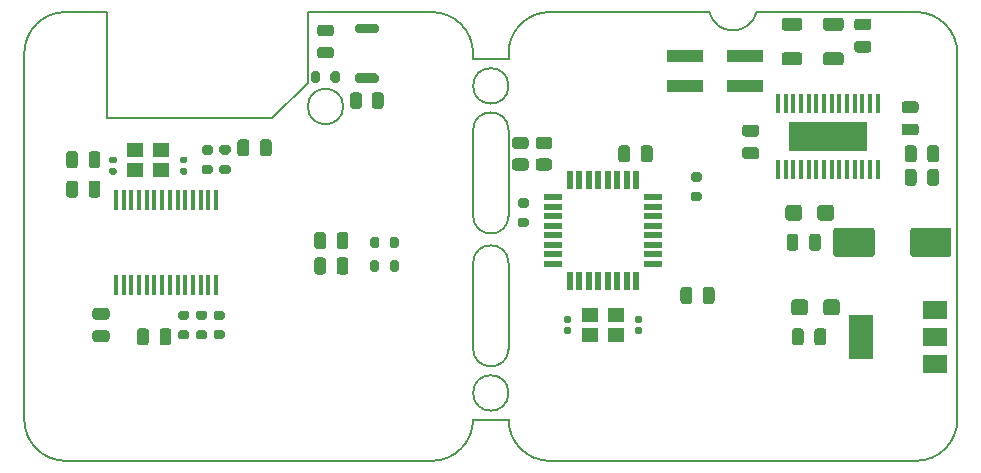
<source format=gbr>
%TF.GenerationSoftware,KiCad,Pcbnew,(5.1.8-0-10_14)*%
%TF.CreationDate,2021-02-08T17:53:51+01:00*%
%TF.ProjectId,ethersweep,65746865-7273-4776-9565-702e6b696361,rev?*%
%TF.SameCoordinates,Original*%
%TF.FileFunction,Paste,Top*%
%TF.FilePolarity,Positive*%
%FSLAX46Y46*%
G04 Gerber Fmt 4.6, Leading zero omitted, Abs format (unit mm)*
G04 Created by KiCad (PCBNEW (5.1.8-0-10_14)) date 2021-02-08 17:53:51*
%MOMM*%
%LPD*%
G01*
G04 APERTURE LIST*
%TA.AperFunction,Profile*%
%ADD10C,0.150000*%
%TD*%
%ADD11C,0.010000*%
%ADD12R,3.150000X1.000000*%
%ADD13R,0.450000X1.750000*%
%ADD14R,0.550000X1.600000*%
%ADD15R,1.600000X0.550000*%
%ADD16R,2.000000X3.800000*%
%ADD17R,2.000000X1.500000*%
%ADD18R,1.400000X1.200000*%
G04 APERTURE END LIST*
D10*
X163500000Y-98250000D02*
G75*
G02*
X160500000Y-98250000I-1500000J0D01*
G01*
X160500000Y-91000000D02*
G75*
G02*
X163500000Y-91000000I1500000J0D01*
G01*
X163500000Y-98250000D02*
X163500000Y-91000000D01*
X160500000Y-91000000D02*
X160500000Y-98250000D01*
X160500000Y-102250000D02*
G75*
G02*
X163500000Y-102250000I1500000J0D01*
G01*
X160500000Y-102250000D02*
X160500000Y-109500000D01*
X163500000Y-109500000D02*
X163500000Y-102250000D01*
X163500000Y-109500000D02*
G75*
G02*
X160500000Y-109500000I-1500000J0D01*
G01*
X163500000Y-87250000D02*
G75*
G03*
X163500000Y-87250000I-1500000J0D01*
G01*
X163500000Y-113250000D02*
G75*
G03*
X163500000Y-113250000I-1500000J0D01*
G01*
X160500000Y-84500000D02*
X160500000Y-85000000D01*
X163500000Y-84500000D02*
X163500000Y-85000000D01*
X160500000Y-115500000D02*
X163500000Y-115500000D01*
X163500000Y-85000000D02*
X160500000Y-85000000D01*
X149500000Y-89000000D02*
G75*
G03*
X149500000Y-89000000I-1500000J0D01*
G01*
X129500000Y-90000000D02*
X129500000Y-81000000D01*
X126000000Y-81000000D02*
X129500000Y-81000000D01*
X126000000Y-81000000D02*
G75*
G03*
X122500000Y-84500000I0J-3500000D01*
G01*
X146500000Y-81000000D02*
X157000000Y-81000000D01*
X143500000Y-90000000D02*
X129500000Y-90000000D01*
X146500000Y-87000000D02*
X143500000Y-90000000D01*
X146500000Y-81000000D02*
X146500000Y-87000000D01*
X180500000Y-81000000D02*
X167000000Y-81000000D01*
X184500000Y-81000000D02*
X198000000Y-81000000D01*
X184500000Y-81000000D02*
G75*
G02*
X180500000Y-81000000I-2000000J500000D01*
G01*
X163500000Y-84500000D02*
G75*
G02*
X167000000Y-81000000I3500000J0D01*
G01*
X201500000Y-115500000D02*
G75*
G02*
X198000000Y-119000000I-3500000J0D01*
G01*
X167000000Y-119000000D02*
G75*
G02*
X163500000Y-115500000I0J3500000D01*
G01*
X167000000Y-119000000D02*
X198000000Y-119000000D01*
X198000000Y-81000000D02*
G75*
G02*
X201500000Y-84500000I0J-3500000D01*
G01*
X201500000Y-115500000D02*
X201500000Y-84500000D01*
X122500000Y-115500000D02*
X122500000Y-84500000D01*
X160500000Y-84500000D02*
G75*
G03*
X157000000Y-81000000I-3500000J0D01*
G01*
X157000000Y-119000000D02*
G75*
G03*
X160500000Y-115500000I0J3500000D01*
G01*
X122500000Y-115500000D02*
G75*
G03*
X126000000Y-119000000I3500000J0D01*
G01*
X157000000Y-119000000D02*
X126000000Y-119000000D01*
D11*
G36*
X193730000Y-90300000D02*
G01*
X193730000Y-92700000D01*
X187270000Y-92700000D01*
X187270000Y-90300000D01*
X193730000Y-90300000D01*
G37*
X193730000Y-90300000D02*
X193730000Y-92700000D01*
X187270000Y-92700000D01*
X187270000Y-90300000D01*
X193730000Y-90300000D01*
G36*
X194850000Y-87925000D02*
G01*
X194850000Y-89475000D01*
X194600000Y-89475000D01*
X194600000Y-87925000D01*
X194850000Y-87925000D01*
G37*
X194850000Y-87925000D02*
X194850000Y-89475000D01*
X194600000Y-89475000D01*
X194600000Y-87925000D01*
X194850000Y-87925000D01*
G36*
X194850000Y-93525000D02*
G01*
X194850000Y-95075000D01*
X194600000Y-95075000D01*
X194600000Y-93525000D01*
X194850000Y-93525000D01*
G37*
X194850000Y-93525000D02*
X194850000Y-95075000D01*
X194600000Y-95075000D01*
X194600000Y-93525000D01*
X194850000Y-93525000D01*
G36*
X194200000Y-87925000D02*
G01*
X194200000Y-89475000D01*
X193950000Y-89475000D01*
X193950000Y-87925000D01*
X194200000Y-87925000D01*
G37*
X194200000Y-87925000D02*
X194200000Y-89475000D01*
X193950000Y-89475000D01*
X193950000Y-87925000D01*
X194200000Y-87925000D01*
G36*
X194200000Y-93525000D02*
G01*
X194200000Y-95075000D01*
X193950000Y-95075000D01*
X193950000Y-93525000D01*
X194200000Y-93525000D01*
G37*
X194200000Y-93525000D02*
X194200000Y-95075000D01*
X193950000Y-95075000D01*
X193950000Y-93525000D01*
X194200000Y-93525000D01*
G36*
X193550000Y-87925000D02*
G01*
X193550000Y-89475000D01*
X193300000Y-89475000D01*
X193300000Y-87925000D01*
X193550000Y-87925000D01*
G37*
X193550000Y-87925000D02*
X193550000Y-89475000D01*
X193300000Y-89475000D01*
X193300000Y-87925000D01*
X193550000Y-87925000D01*
G36*
X193550000Y-93525000D02*
G01*
X193550000Y-95075000D01*
X193300000Y-95075000D01*
X193300000Y-93525000D01*
X193550000Y-93525000D01*
G37*
X193550000Y-93525000D02*
X193550000Y-95075000D01*
X193300000Y-95075000D01*
X193300000Y-93525000D01*
X193550000Y-93525000D01*
G36*
X192900000Y-87925000D02*
G01*
X192900000Y-89475000D01*
X192650000Y-89475000D01*
X192650000Y-87925000D01*
X192900000Y-87925000D01*
G37*
X192900000Y-87925000D02*
X192900000Y-89475000D01*
X192650000Y-89475000D01*
X192650000Y-87925000D01*
X192900000Y-87925000D01*
G36*
X192900000Y-93525000D02*
G01*
X192900000Y-95075000D01*
X192650000Y-95075000D01*
X192650000Y-93525000D01*
X192900000Y-93525000D01*
G37*
X192900000Y-93525000D02*
X192900000Y-95075000D01*
X192650000Y-95075000D01*
X192650000Y-93525000D01*
X192900000Y-93525000D01*
G36*
X192250000Y-87925000D02*
G01*
X192250000Y-89475000D01*
X192000000Y-89475000D01*
X192000000Y-87925000D01*
X192250000Y-87925000D01*
G37*
X192250000Y-87925000D02*
X192250000Y-89475000D01*
X192000000Y-89475000D01*
X192000000Y-87925000D01*
X192250000Y-87925000D01*
G36*
X192250000Y-93525000D02*
G01*
X192250000Y-95075000D01*
X192000000Y-95075000D01*
X192000000Y-93525000D01*
X192250000Y-93525000D01*
G37*
X192250000Y-93525000D02*
X192250000Y-95075000D01*
X192000000Y-95075000D01*
X192000000Y-93525000D01*
X192250000Y-93525000D01*
G36*
X191600000Y-87925000D02*
G01*
X191600000Y-89475000D01*
X191350000Y-89475000D01*
X191350000Y-87925000D01*
X191600000Y-87925000D01*
G37*
X191600000Y-87925000D02*
X191600000Y-89475000D01*
X191350000Y-89475000D01*
X191350000Y-87925000D01*
X191600000Y-87925000D01*
G36*
X191600000Y-93525000D02*
G01*
X191600000Y-95075000D01*
X191350000Y-95075000D01*
X191350000Y-93525000D01*
X191600000Y-93525000D01*
G37*
X191600000Y-93525000D02*
X191600000Y-95075000D01*
X191350000Y-95075000D01*
X191350000Y-93525000D01*
X191600000Y-93525000D01*
G36*
X190950000Y-87925000D02*
G01*
X190950000Y-89475000D01*
X190700000Y-89475000D01*
X190700000Y-87925000D01*
X190950000Y-87925000D01*
G37*
X190950000Y-87925000D02*
X190950000Y-89475000D01*
X190700000Y-89475000D01*
X190700000Y-87925000D01*
X190950000Y-87925000D01*
G36*
X190950000Y-93525000D02*
G01*
X190950000Y-95075000D01*
X190700000Y-95075000D01*
X190700000Y-93525000D01*
X190950000Y-93525000D01*
G37*
X190950000Y-93525000D02*
X190950000Y-95075000D01*
X190700000Y-95075000D01*
X190700000Y-93525000D01*
X190950000Y-93525000D01*
G36*
X190300000Y-87925000D02*
G01*
X190300000Y-89475000D01*
X190050000Y-89475000D01*
X190050000Y-87925000D01*
X190300000Y-87925000D01*
G37*
X190300000Y-87925000D02*
X190300000Y-89475000D01*
X190050000Y-89475000D01*
X190050000Y-87925000D01*
X190300000Y-87925000D01*
G36*
X189650000Y-87925000D02*
G01*
X189650000Y-89475000D01*
X189400000Y-89475000D01*
X189400000Y-87925000D01*
X189650000Y-87925000D01*
G37*
X189650000Y-87925000D02*
X189650000Y-89475000D01*
X189400000Y-89475000D01*
X189400000Y-87925000D01*
X189650000Y-87925000D01*
G36*
X189000000Y-87925000D02*
G01*
X189000000Y-89475000D01*
X188750000Y-89475000D01*
X188750000Y-87925000D01*
X189000000Y-87925000D01*
G37*
X189000000Y-87925000D02*
X189000000Y-89475000D01*
X188750000Y-89475000D01*
X188750000Y-87925000D01*
X189000000Y-87925000D01*
G36*
X188350000Y-87925000D02*
G01*
X188350000Y-89475000D01*
X188100000Y-89475000D01*
X188100000Y-87925000D01*
X188350000Y-87925000D01*
G37*
X188350000Y-87925000D02*
X188350000Y-89475000D01*
X188100000Y-89475000D01*
X188100000Y-87925000D01*
X188350000Y-87925000D01*
G36*
X187700000Y-87925000D02*
G01*
X187700000Y-89475000D01*
X187450000Y-89475000D01*
X187450000Y-87925000D01*
X187700000Y-87925000D01*
G37*
X187700000Y-87925000D02*
X187700000Y-89475000D01*
X187450000Y-89475000D01*
X187450000Y-87925000D01*
X187700000Y-87925000D01*
G36*
X187050000Y-87925000D02*
G01*
X187050000Y-89475000D01*
X186800000Y-89475000D01*
X186800000Y-87925000D01*
X187050000Y-87925000D01*
G37*
X187050000Y-87925000D02*
X187050000Y-89475000D01*
X186800000Y-89475000D01*
X186800000Y-87925000D01*
X187050000Y-87925000D01*
G36*
X186400000Y-87925000D02*
G01*
X186400000Y-89475000D01*
X186150000Y-89475000D01*
X186150000Y-87925000D01*
X186400000Y-87925000D01*
G37*
X186400000Y-87925000D02*
X186400000Y-89475000D01*
X186150000Y-89475000D01*
X186150000Y-87925000D01*
X186400000Y-87925000D01*
G36*
X190300000Y-93525000D02*
G01*
X190300000Y-95075000D01*
X190050000Y-95075000D01*
X190050000Y-93525000D01*
X190300000Y-93525000D01*
G37*
X190300000Y-93525000D02*
X190300000Y-95075000D01*
X190050000Y-95075000D01*
X190050000Y-93525000D01*
X190300000Y-93525000D01*
G36*
X189650000Y-93525000D02*
G01*
X189650000Y-95075000D01*
X189400000Y-95075000D01*
X189400000Y-93525000D01*
X189650000Y-93525000D01*
G37*
X189650000Y-93525000D02*
X189650000Y-95075000D01*
X189400000Y-95075000D01*
X189400000Y-93525000D01*
X189650000Y-93525000D01*
G36*
X189000000Y-93525000D02*
G01*
X189000000Y-95075000D01*
X188750000Y-95075000D01*
X188750000Y-93525000D01*
X189000000Y-93525000D01*
G37*
X189000000Y-93525000D02*
X189000000Y-95075000D01*
X188750000Y-95075000D01*
X188750000Y-93525000D01*
X189000000Y-93525000D01*
G36*
X188350000Y-93525000D02*
G01*
X188350000Y-95075000D01*
X188100000Y-95075000D01*
X188100000Y-93525000D01*
X188350000Y-93525000D01*
G37*
X188350000Y-93525000D02*
X188350000Y-95075000D01*
X188100000Y-95075000D01*
X188100000Y-93525000D01*
X188350000Y-93525000D01*
G36*
X187700000Y-93525000D02*
G01*
X187700000Y-95075000D01*
X187450000Y-95075000D01*
X187450000Y-93525000D01*
X187700000Y-93525000D01*
G37*
X187700000Y-93525000D02*
X187700000Y-95075000D01*
X187450000Y-95075000D01*
X187450000Y-93525000D01*
X187700000Y-93525000D01*
G36*
X187050000Y-93525000D02*
G01*
X187050000Y-95075000D01*
X186800000Y-95075000D01*
X186800000Y-93525000D01*
X187050000Y-93525000D01*
G37*
X187050000Y-93525000D02*
X187050000Y-95075000D01*
X186800000Y-95075000D01*
X186800000Y-93525000D01*
X187050000Y-93525000D01*
G36*
X186400000Y-93525000D02*
G01*
X186400000Y-95075000D01*
X186150000Y-95075000D01*
X186150000Y-93525000D01*
X186400000Y-93525000D01*
G37*
X186400000Y-93525000D02*
X186400000Y-95075000D01*
X186150000Y-95075000D01*
X186150000Y-93525000D01*
X186400000Y-93525000D01*
G36*
G01*
X166950001Y-92600000D02*
X166049999Y-92600000D01*
G75*
G02*
X165800000Y-92350001I0J249999D01*
G01*
X165800000Y-91824999D01*
G75*
G02*
X166049999Y-91575000I249999J0D01*
G01*
X166950001Y-91575000D01*
G75*
G02*
X167200000Y-91824999I0J-249999D01*
G01*
X167200000Y-92350001D01*
G75*
G02*
X166950001Y-92600000I-249999J0D01*
G01*
G37*
G36*
G01*
X166950001Y-94425000D02*
X166049999Y-94425000D01*
G75*
G02*
X165800000Y-94175001I0J249999D01*
G01*
X165800000Y-93649999D01*
G75*
G02*
X166049999Y-93400000I249999J0D01*
G01*
X166950001Y-93400000D01*
G75*
G02*
X167200000Y-93649999I0J-249999D01*
G01*
X167200000Y-94175001D01*
G75*
G02*
X166950001Y-94425000I-249999J0D01*
G01*
G37*
G36*
G01*
X174700000Y-93475000D02*
X174700000Y-92525000D01*
G75*
G02*
X174950000Y-92275000I250000J0D01*
G01*
X175450000Y-92275000D01*
G75*
G02*
X175700000Y-92525000I0J-250000D01*
G01*
X175700000Y-93475000D01*
G75*
G02*
X175450000Y-93725000I-250000J0D01*
G01*
X174950000Y-93725000D01*
G75*
G02*
X174700000Y-93475000I0J250000D01*
G01*
G37*
G36*
G01*
X172800000Y-93475000D02*
X172800000Y-92525000D01*
G75*
G02*
X173050000Y-92275000I250000J0D01*
G01*
X173550000Y-92275000D01*
G75*
G02*
X173800000Y-92525000I0J-250000D01*
G01*
X173800000Y-93475000D01*
G75*
G02*
X173550000Y-93725000I-250000J0D01*
G01*
X173050000Y-93725000D01*
G75*
G02*
X172800000Y-93475000I0J250000D01*
G01*
G37*
G36*
G01*
X188350000Y-97574999D02*
X188350000Y-98425001D01*
G75*
G02*
X188100001Y-98675000I-249999J0D01*
G01*
X187199999Y-98675000D01*
G75*
G02*
X186950000Y-98425001I0J249999D01*
G01*
X186950000Y-97574999D01*
G75*
G02*
X187199999Y-97325000I249999J0D01*
G01*
X188100001Y-97325000D01*
G75*
G02*
X188350000Y-97574999I0J-249999D01*
G01*
G37*
G36*
G01*
X191050000Y-97574999D02*
X191050000Y-98425001D01*
G75*
G02*
X190800001Y-98675000I-249999J0D01*
G01*
X189899999Y-98675000D01*
G75*
G02*
X189650000Y-98425001I0J249999D01*
G01*
X189650000Y-97574999D01*
G75*
G02*
X189899999Y-97325000I249999J0D01*
G01*
X190800001Y-97325000D01*
G75*
G02*
X191050000Y-97574999I0J-249999D01*
G01*
G37*
G36*
G01*
X128950000Y-93025000D02*
X128950000Y-93975000D01*
G75*
G02*
X128700000Y-94225000I-250000J0D01*
G01*
X128200000Y-94225000D01*
G75*
G02*
X127950000Y-93975000I0J250000D01*
G01*
X127950000Y-93025000D01*
G75*
G02*
X128200000Y-92775000I250000J0D01*
G01*
X128700000Y-92775000D01*
G75*
G02*
X128950000Y-93025000I0J-250000D01*
G01*
G37*
G36*
G01*
X127050000Y-93025000D02*
X127050000Y-93975000D01*
G75*
G02*
X126800000Y-94225000I-250000J0D01*
G01*
X126300000Y-94225000D01*
G75*
G02*
X126050000Y-93975000I0J250000D01*
G01*
X126050000Y-93025000D01*
G75*
G02*
X126300000Y-92775000I250000J0D01*
G01*
X126800000Y-92775000D01*
G75*
G02*
X127050000Y-93025000I0J-250000D01*
G01*
G37*
G36*
G01*
X136170000Y-94760000D02*
X135830000Y-94760000D01*
G75*
G02*
X135690000Y-94620000I0J140000D01*
G01*
X135690000Y-94340000D01*
G75*
G02*
X135830000Y-94200000I140000J0D01*
G01*
X136170000Y-94200000D01*
G75*
G02*
X136310000Y-94340000I0J-140000D01*
G01*
X136310000Y-94620000D01*
G75*
G02*
X136170000Y-94760000I-140000J0D01*
G01*
G37*
G36*
G01*
X136170000Y-93800000D02*
X135830000Y-93800000D01*
G75*
G02*
X135690000Y-93660000I0J140000D01*
G01*
X135690000Y-93380000D01*
G75*
G02*
X135830000Y-93240000I140000J0D01*
G01*
X136170000Y-93240000D01*
G75*
G02*
X136310000Y-93380000I0J-140000D01*
G01*
X136310000Y-93660000D01*
G75*
G02*
X136170000Y-93800000I-140000J0D01*
G01*
G37*
G36*
G01*
X130170000Y-93800000D02*
X129830000Y-93800000D01*
G75*
G02*
X129690000Y-93660000I0J140000D01*
G01*
X129690000Y-93380000D01*
G75*
G02*
X129830000Y-93240000I140000J0D01*
G01*
X130170000Y-93240000D01*
G75*
G02*
X130310000Y-93380000I0J-140000D01*
G01*
X130310000Y-93660000D01*
G75*
G02*
X130170000Y-93800000I-140000J0D01*
G01*
G37*
G36*
G01*
X130170000Y-94760000D02*
X129830000Y-94760000D01*
G75*
G02*
X129690000Y-94620000I0J140000D01*
G01*
X129690000Y-94340000D01*
G75*
G02*
X129830000Y-94200000I140000J0D01*
G01*
X130170000Y-94200000D01*
G75*
G02*
X130310000Y-94340000I0J-140000D01*
G01*
X130310000Y-94620000D01*
G75*
G02*
X130170000Y-94760000I-140000J0D01*
G01*
G37*
G36*
G01*
X189950000Y-100025000D02*
X189950000Y-100975000D01*
G75*
G02*
X189700000Y-101225000I-250000J0D01*
G01*
X189200000Y-101225000D01*
G75*
G02*
X188950000Y-100975000I0J250000D01*
G01*
X188950000Y-100025000D01*
G75*
G02*
X189200000Y-99775000I250000J0D01*
G01*
X189700000Y-99775000D01*
G75*
G02*
X189950000Y-100025000I0J-250000D01*
G01*
G37*
G36*
G01*
X188050000Y-100025000D02*
X188050000Y-100975000D01*
G75*
G02*
X187800000Y-101225000I-250000J0D01*
G01*
X187300000Y-101225000D01*
G75*
G02*
X187050000Y-100975000I0J250000D01*
G01*
X187050000Y-100025000D01*
G75*
G02*
X187300000Y-99775000I250000J0D01*
G01*
X187800000Y-99775000D01*
G75*
G02*
X188050000Y-100025000I0J-250000D01*
G01*
G37*
G36*
G01*
X127050000Y-95525000D02*
X127050000Y-96475000D01*
G75*
G02*
X126800000Y-96725000I-250000J0D01*
G01*
X126300000Y-96725000D01*
G75*
G02*
X126050000Y-96475000I0J250000D01*
G01*
X126050000Y-95525000D01*
G75*
G02*
X126300000Y-95275000I250000J0D01*
G01*
X126800000Y-95275000D01*
G75*
G02*
X127050000Y-95525000I0J-250000D01*
G01*
G37*
G36*
G01*
X128950000Y-95525000D02*
X128950000Y-96475000D01*
G75*
G02*
X128700000Y-96725000I-250000J0D01*
G01*
X128200000Y-96725000D01*
G75*
G02*
X127950000Y-96475000I0J250000D01*
G01*
X127950000Y-95525000D01*
G75*
G02*
X128200000Y-95275000I250000J0D01*
G01*
X128700000Y-95275000D01*
G75*
G02*
X128950000Y-95525000I0J-250000D01*
G01*
G37*
G36*
G01*
X168670000Y-107300000D02*
X168330000Y-107300000D01*
G75*
G02*
X168190000Y-107160000I0J140000D01*
G01*
X168190000Y-106880000D01*
G75*
G02*
X168330000Y-106740000I140000J0D01*
G01*
X168670000Y-106740000D01*
G75*
G02*
X168810000Y-106880000I0J-140000D01*
G01*
X168810000Y-107160000D01*
G75*
G02*
X168670000Y-107300000I-140000J0D01*
G01*
G37*
G36*
G01*
X168670000Y-108260000D02*
X168330000Y-108260000D01*
G75*
G02*
X168190000Y-108120000I0J140000D01*
G01*
X168190000Y-107840000D01*
G75*
G02*
X168330000Y-107700000I140000J0D01*
G01*
X168670000Y-107700000D01*
G75*
G02*
X168810000Y-107840000I0J-140000D01*
G01*
X168810000Y-108120000D01*
G75*
G02*
X168670000Y-108260000I-140000J0D01*
G01*
G37*
G36*
G01*
X188500000Y-108025000D02*
X188500000Y-108975000D01*
G75*
G02*
X188250000Y-109225000I-250000J0D01*
G01*
X187750000Y-109225000D01*
G75*
G02*
X187500000Y-108975000I0J250000D01*
G01*
X187500000Y-108025000D01*
G75*
G02*
X187750000Y-107775000I250000J0D01*
G01*
X188250000Y-107775000D01*
G75*
G02*
X188500000Y-108025000I0J-250000D01*
G01*
G37*
G36*
G01*
X190400000Y-108025000D02*
X190400000Y-108975000D01*
G75*
G02*
X190150000Y-109225000I-250000J0D01*
G01*
X189650000Y-109225000D01*
G75*
G02*
X189400000Y-108975000I0J250000D01*
G01*
X189400000Y-108025000D01*
G75*
G02*
X189650000Y-107775000I250000J0D01*
G01*
X190150000Y-107775000D01*
G75*
G02*
X190400000Y-108025000I0J-250000D01*
G01*
G37*
G36*
G01*
X174670000Y-108260000D02*
X174330000Y-108260000D01*
G75*
G02*
X174190000Y-108120000I0J140000D01*
G01*
X174190000Y-107840000D01*
G75*
G02*
X174330000Y-107700000I140000J0D01*
G01*
X174670000Y-107700000D01*
G75*
G02*
X174810000Y-107840000I0J-140000D01*
G01*
X174810000Y-108120000D01*
G75*
G02*
X174670000Y-108260000I-140000J0D01*
G01*
G37*
G36*
G01*
X174670000Y-107300000D02*
X174330000Y-107300000D01*
G75*
G02*
X174190000Y-107160000I0J140000D01*
G01*
X174190000Y-106880000D01*
G75*
G02*
X174330000Y-106740000I140000J0D01*
G01*
X174670000Y-106740000D01*
G75*
G02*
X174810000Y-106880000I0J-140000D01*
G01*
X174810000Y-107160000D01*
G75*
G02*
X174670000Y-107300000I-140000J0D01*
G01*
G37*
G36*
G01*
X191550000Y-105574999D02*
X191550000Y-106425001D01*
G75*
G02*
X191300001Y-106675000I-249999J0D01*
G01*
X190399999Y-106675000D01*
G75*
G02*
X190150000Y-106425001I0J249999D01*
G01*
X190150000Y-105574999D01*
G75*
G02*
X190399999Y-105325000I249999J0D01*
G01*
X191300001Y-105325000D01*
G75*
G02*
X191550000Y-105574999I0J-249999D01*
G01*
G37*
G36*
G01*
X188850000Y-105574999D02*
X188850000Y-106425001D01*
G75*
G02*
X188600001Y-106675000I-249999J0D01*
G01*
X187699999Y-106675000D01*
G75*
G02*
X187450000Y-106425001I0J249999D01*
G01*
X187450000Y-105574999D01*
G75*
G02*
X187699999Y-105325000I249999J0D01*
G01*
X188600001Y-105325000D01*
G75*
G02*
X188850000Y-105574999I0J-249999D01*
G01*
G37*
G36*
G01*
X178050000Y-105475000D02*
X178050000Y-104525000D01*
G75*
G02*
X178300000Y-104275000I250000J0D01*
G01*
X178800000Y-104275000D01*
G75*
G02*
X179050000Y-104525000I0J-250000D01*
G01*
X179050000Y-105475000D01*
G75*
G02*
X178800000Y-105725000I-250000J0D01*
G01*
X178300000Y-105725000D01*
G75*
G02*
X178050000Y-105475000I0J250000D01*
G01*
G37*
G36*
G01*
X179950000Y-105475000D02*
X179950000Y-104525000D01*
G75*
G02*
X180200000Y-104275000I250000J0D01*
G01*
X180700000Y-104275000D01*
G75*
G02*
X180950000Y-104525000I0J-250000D01*
G01*
X180950000Y-105475000D01*
G75*
G02*
X180700000Y-105725000I-250000J0D01*
G01*
X180200000Y-105725000D01*
G75*
G02*
X179950000Y-105475000I0J250000D01*
G01*
G37*
G36*
G01*
X128525000Y-107950000D02*
X129475000Y-107950000D01*
G75*
G02*
X129725000Y-108200000I0J-250000D01*
G01*
X129725000Y-108700000D01*
G75*
G02*
X129475000Y-108950000I-250000J0D01*
G01*
X128525000Y-108950000D01*
G75*
G02*
X128275000Y-108700000I0J250000D01*
G01*
X128275000Y-108200000D01*
G75*
G02*
X128525000Y-107950000I250000J0D01*
G01*
G37*
G36*
G01*
X128525000Y-106050000D02*
X129475000Y-106050000D01*
G75*
G02*
X129725000Y-106300000I0J-250000D01*
G01*
X129725000Y-106800000D01*
G75*
G02*
X129475000Y-107050000I-250000J0D01*
G01*
X128525000Y-107050000D01*
G75*
G02*
X128275000Y-106800000I0J250000D01*
G01*
X128275000Y-106300000D01*
G75*
G02*
X128525000Y-106050000I250000J0D01*
G01*
G37*
G36*
G01*
X142450000Y-92975000D02*
X142450000Y-92025000D01*
G75*
G02*
X142700000Y-91775000I250000J0D01*
G01*
X143200000Y-91775000D01*
G75*
G02*
X143450000Y-92025000I0J-250000D01*
G01*
X143450000Y-92975000D01*
G75*
G02*
X143200000Y-93225000I-250000J0D01*
G01*
X142700000Y-93225000D01*
G75*
G02*
X142450000Y-92975000I0J250000D01*
G01*
G37*
G36*
G01*
X140550000Y-92975000D02*
X140550000Y-92025000D01*
G75*
G02*
X140800000Y-91775000I250000J0D01*
G01*
X141300000Y-91775000D01*
G75*
G02*
X141550000Y-92025000I0J-250000D01*
G01*
X141550000Y-92975000D01*
G75*
G02*
X141300000Y-93225000I-250000J0D01*
G01*
X140800000Y-93225000D01*
G75*
G02*
X140550000Y-92975000I0J250000D01*
G01*
G37*
G36*
G01*
X134950000Y-108025000D02*
X134950000Y-108975000D01*
G75*
G02*
X134700000Y-109225000I-250000J0D01*
G01*
X134200000Y-109225000D01*
G75*
G02*
X133950000Y-108975000I0J250000D01*
G01*
X133950000Y-108025000D01*
G75*
G02*
X134200000Y-107775000I250000J0D01*
G01*
X134700000Y-107775000D01*
G75*
G02*
X134950000Y-108025000I0J-250000D01*
G01*
G37*
G36*
G01*
X133050000Y-108025000D02*
X133050000Y-108975000D01*
G75*
G02*
X132800000Y-109225000I-250000J0D01*
G01*
X132300000Y-109225000D01*
G75*
G02*
X132050000Y-108975000I0J250000D01*
G01*
X132050000Y-108025000D01*
G75*
G02*
X132300000Y-107775000I250000J0D01*
G01*
X132800000Y-107775000D01*
G75*
G02*
X133050000Y-108025000I0J-250000D01*
G01*
G37*
G36*
G01*
X148950000Y-102975000D02*
X148950000Y-102025000D01*
G75*
G02*
X149200000Y-101775000I250000J0D01*
G01*
X149700000Y-101775000D01*
G75*
G02*
X149950000Y-102025000I0J-250000D01*
G01*
X149950000Y-102975000D01*
G75*
G02*
X149700000Y-103225000I-250000J0D01*
G01*
X149200000Y-103225000D01*
G75*
G02*
X148950000Y-102975000I0J250000D01*
G01*
G37*
G36*
G01*
X147050000Y-102975000D02*
X147050000Y-102025000D01*
G75*
G02*
X147300000Y-101775000I250000J0D01*
G01*
X147800000Y-101775000D01*
G75*
G02*
X148050000Y-102025000I0J-250000D01*
G01*
X148050000Y-102975000D01*
G75*
G02*
X147800000Y-103225000I-250000J0D01*
G01*
X147300000Y-103225000D01*
G75*
G02*
X147050000Y-102975000I0J250000D01*
G01*
G37*
G36*
G01*
X147050000Y-100830001D02*
X147050000Y-99880001D01*
G75*
G02*
X147300000Y-99630001I250000J0D01*
G01*
X147800000Y-99630001D01*
G75*
G02*
X148050000Y-99880001I0J-250000D01*
G01*
X148050000Y-100830001D01*
G75*
G02*
X147800000Y-101080001I-250000J0D01*
G01*
X147300000Y-101080001D01*
G75*
G02*
X147050000Y-100830001I0J250000D01*
G01*
G37*
G36*
G01*
X148950000Y-100830001D02*
X148950000Y-99880001D01*
G75*
G02*
X149200000Y-99630001I250000J0D01*
G01*
X149700000Y-99630001D01*
G75*
G02*
X149950000Y-99880001I0J-250000D01*
G01*
X149950000Y-100830001D01*
G75*
G02*
X149700000Y-101080001I-250000J0D01*
G01*
X149200000Y-101080001D01*
G75*
G02*
X148950000Y-100830001I0J250000D01*
G01*
G37*
G36*
G01*
X197975000Y-91450000D02*
X197025000Y-91450000D01*
G75*
G02*
X196775000Y-91200000I0J250000D01*
G01*
X196775000Y-90700000D01*
G75*
G02*
X197025000Y-90450000I250000J0D01*
G01*
X197975000Y-90450000D01*
G75*
G02*
X198225000Y-90700000I0J-250000D01*
G01*
X198225000Y-91200000D01*
G75*
G02*
X197975000Y-91450000I-250000J0D01*
G01*
G37*
G36*
G01*
X197975000Y-89550000D02*
X197025000Y-89550000D01*
G75*
G02*
X196775000Y-89300000I0J250000D01*
G01*
X196775000Y-88800000D01*
G75*
G02*
X197025000Y-88550000I250000J0D01*
G01*
X197975000Y-88550000D01*
G75*
G02*
X198225000Y-88800000I0J-250000D01*
G01*
X198225000Y-89300000D01*
G75*
G02*
X197975000Y-89550000I-250000J0D01*
G01*
G37*
G36*
G01*
X193975000Y-84450000D02*
X193025000Y-84450000D01*
G75*
G02*
X192775000Y-84200000I0J250000D01*
G01*
X192775000Y-83700000D01*
G75*
G02*
X193025000Y-83450000I250000J0D01*
G01*
X193975000Y-83450000D01*
G75*
G02*
X194225000Y-83700000I0J-250000D01*
G01*
X194225000Y-84200000D01*
G75*
G02*
X193975000Y-84450000I-250000J0D01*
G01*
G37*
G36*
G01*
X193975000Y-82550000D02*
X193025000Y-82550000D01*
G75*
G02*
X192775000Y-82300000I0J250000D01*
G01*
X192775000Y-81800000D01*
G75*
G02*
X193025000Y-81550000I250000J0D01*
G01*
X193975000Y-81550000D01*
G75*
G02*
X194225000Y-81800000I0J-250000D01*
G01*
X194225000Y-82300000D01*
G75*
G02*
X193975000Y-82550000I-250000J0D01*
G01*
G37*
G36*
G01*
X191000000Y-101500000D02*
X191000000Y-99500000D01*
G75*
G02*
X191250000Y-99250000I250000J0D01*
G01*
X194250000Y-99250000D01*
G75*
G02*
X194500000Y-99500000I0J-250000D01*
G01*
X194500000Y-101500000D01*
G75*
G02*
X194250000Y-101750000I-250000J0D01*
G01*
X191250000Y-101750000D01*
G75*
G02*
X191000000Y-101500000I0J250000D01*
G01*
G37*
G36*
G01*
X197500000Y-101500000D02*
X197500000Y-99500000D01*
G75*
G02*
X197750000Y-99250000I250000J0D01*
G01*
X200750000Y-99250000D01*
G75*
G02*
X201000000Y-99500000I0J-250000D01*
G01*
X201000000Y-101500000D01*
G75*
G02*
X200750000Y-101750000I-250000J0D01*
G01*
X197750000Y-101750000D01*
G75*
G02*
X197500000Y-101500000I0J250000D01*
G01*
G37*
G36*
G01*
X184475000Y-91550000D02*
X183525000Y-91550000D01*
G75*
G02*
X183275000Y-91300000I0J250000D01*
G01*
X183275000Y-90800000D01*
G75*
G02*
X183525000Y-90550000I250000J0D01*
G01*
X184475000Y-90550000D01*
G75*
G02*
X184725000Y-90800000I0J-250000D01*
G01*
X184725000Y-91300000D01*
G75*
G02*
X184475000Y-91550000I-250000J0D01*
G01*
G37*
G36*
G01*
X184475000Y-93450000D02*
X183525000Y-93450000D01*
G75*
G02*
X183275000Y-93200000I0J250000D01*
G01*
X183275000Y-92700000D01*
G75*
G02*
X183525000Y-92450000I250000J0D01*
G01*
X184475000Y-92450000D01*
G75*
G02*
X184725000Y-92700000I0J-250000D01*
G01*
X184725000Y-93200000D01*
G75*
G02*
X184475000Y-93450000I-250000J0D01*
G01*
G37*
G36*
G01*
X198950000Y-95475000D02*
X198950000Y-94525000D01*
G75*
G02*
X199200000Y-94275000I250000J0D01*
G01*
X199700000Y-94275000D01*
G75*
G02*
X199950000Y-94525000I0J-250000D01*
G01*
X199950000Y-95475000D01*
G75*
G02*
X199700000Y-95725000I-250000J0D01*
G01*
X199200000Y-95725000D01*
G75*
G02*
X198950000Y-95475000I0J250000D01*
G01*
G37*
G36*
G01*
X197050000Y-95475000D02*
X197050000Y-94525000D01*
G75*
G02*
X197300000Y-94275000I250000J0D01*
G01*
X197800000Y-94275000D01*
G75*
G02*
X198050000Y-94525000I0J-250000D01*
G01*
X198050000Y-95475000D01*
G75*
G02*
X197800000Y-95725000I-250000J0D01*
G01*
X197300000Y-95725000D01*
G75*
G02*
X197050000Y-95475000I0J250000D01*
G01*
G37*
G36*
G01*
X197050000Y-93475000D02*
X197050000Y-92525000D01*
G75*
G02*
X197300000Y-92275000I250000J0D01*
G01*
X197800000Y-92275000D01*
G75*
G02*
X198050000Y-92525000I0J-250000D01*
G01*
X198050000Y-93475000D01*
G75*
G02*
X197800000Y-93725000I-250000J0D01*
G01*
X197300000Y-93725000D01*
G75*
G02*
X197050000Y-93475000I0J250000D01*
G01*
G37*
G36*
G01*
X198950000Y-93475000D02*
X198950000Y-92525000D01*
G75*
G02*
X199200000Y-92275000I250000J0D01*
G01*
X199700000Y-92275000D01*
G75*
G02*
X199950000Y-92525000I0J-250000D01*
G01*
X199950000Y-93475000D01*
G75*
G02*
X199700000Y-93725000I-250000J0D01*
G01*
X199200000Y-93725000D01*
G75*
G02*
X198950000Y-93475000I0J250000D01*
G01*
G37*
G36*
G01*
X147543750Y-82075000D02*
X148456250Y-82075000D01*
G75*
G02*
X148700000Y-82318750I0J-243750D01*
G01*
X148700000Y-82806250D01*
G75*
G02*
X148456250Y-83050000I-243750J0D01*
G01*
X147543750Y-83050000D01*
G75*
G02*
X147300000Y-82806250I0J243750D01*
G01*
X147300000Y-82318750D01*
G75*
G02*
X147543750Y-82075000I243750J0D01*
G01*
G37*
G36*
G01*
X147543750Y-83950000D02*
X148456250Y-83950000D01*
G75*
G02*
X148700000Y-84193750I0J-243750D01*
G01*
X148700000Y-84681250D01*
G75*
G02*
X148456250Y-84925000I-243750J0D01*
G01*
X147543750Y-84925000D01*
G75*
G02*
X147300000Y-84681250I0J243750D01*
G01*
X147300000Y-84193750D01*
G75*
G02*
X147543750Y-83950000I243750J0D01*
G01*
G37*
D12*
X178475000Y-84730000D03*
X183525000Y-84730000D03*
X178475000Y-87270000D03*
X183525000Y-87270000D03*
G36*
G01*
X164950001Y-94425000D02*
X164049999Y-94425000D01*
G75*
G02*
X163800000Y-94175001I0J249999D01*
G01*
X163800000Y-93649999D01*
G75*
G02*
X164049999Y-93400000I249999J0D01*
G01*
X164950001Y-93400000D01*
G75*
G02*
X165200000Y-93649999I0J-249999D01*
G01*
X165200000Y-94175001D01*
G75*
G02*
X164950001Y-94425000I-249999J0D01*
G01*
G37*
G36*
G01*
X164950001Y-92600000D02*
X164049999Y-92600000D01*
G75*
G02*
X163800000Y-92350001I0J249999D01*
G01*
X163800000Y-91824999D01*
G75*
G02*
X164049999Y-91575000I249999J0D01*
G01*
X164950001Y-91575000D01*
G75*
G02*
X165200000Y-91824999I0J-249999D01*
G01*
X165200000Y-92350001D01*
G75*
G02*
X164950001Y-92600000I-249999J0D01*
G01*
G37*
G36*
G01*
X150075000Y-88950001D02*
X150075000Y-88049999D01*
G75*
G02*
X150324999Y-87800000I249999J0D01*
G01*
X150850001Y-87800000D01*
G75*
G02*
X151100000Y-88049999I0J-249999D01*
G01*
X151100000Y-88950001D01*
G75*
G02*
X150850001Y-89200000I-249999J0D01*
G01*
X150324999Y-89200000D01*
G75*
G02*
X150075000Y-88950001I0J249999D01*
G01*
G37*
G36*
G01*
X151900000Y-88950001D02*
X151900000Y-88049999D01*
G75*
G02*
X152149999Y-87800000I249999J0D01*
G01*
X152675001Y-87800000D01*
G75*
G02*
X152925000Y-88049999I0J-249999D01*
G01*
X152925000Y-88950001D01*
G75*
G02*
X152675001Y-89200000I-249999J0D01*
G01*
X152149999Y-89200000D01*
G75*
G02*
X151900000Y-88950001I0J249999D01*
G01*
G37*
G36*
G01*
X139275000Y-107075000D02*
X138725000Y-107075000D01*
G75*
G02*
X138525000Y-106875000I0J200000D01*
G01*
X138525000Y-106475000D01*
G75*
G02*
X138725000Y-106275000I200000J0D01*
G01*
X139275000Y-106275000D01*
G75*
G02*
X139475000Y-106475000I0J-200000D01*
G01*
X139475000Y-106875000D01*
G75*
G02*
X139275000Y-107075000I-200000J0D01*
G01*
G37*
G36*
G01*
X139275000Y-108725000D02*
X138725000Y-108725000D01*
G75*
G02*
X138525000Y-108525000I0J200000D01*
G01*
X138525000Y-108125000D01*
G75*
G02*
X138725000Y-107925000I200000J0D01*
G01*
X139275000Y-107925000D01*
G75*
G02*
X139475000Y-108125000I0J-200000D01*
G01*
X139475000Y-108525000D01*
G75*
G02*
X139275000Y-108725000I-200000J0D01*
G01*
G37*
G36*
G01*
X152575000Y-102225000D02*
X152575000Y-102775000D01*
G75*
G02*
X152375000Y-102975000I-200000J0D01*
G01*
X151975000Y-102975000D01*
G75*
G02*
X151775000Y-102775000I0J200000D01*
G01*
X151775000Y-102225000D01*
G75*
G02*
X151975000Y-102025000I200000J0D01*
G01*
X152375000Y-102025000D01*
G75*
G02*
X152575000Y-102225000I0J-200000D01*
G01*
G37*
G36*
G01*
X154225000Y-102225000D02*
X154225000Y-102775000D01*
G75*
G02*
X154025000Y-102975000I-200000J0D01*
G01*
X153625000Y-102975000D01*
G75*
G02*
X153425000Y-102775000I0J200000D01*
G01*
X153425000Y-102225000D01*
G75*
G02*
X153625000Y-102025000I200000J0D01*
G01*
X154025000Y-102025000D01*
G75*
G02*
X154225000Y-102225000I0J-200000D01*
G01*
G37*
G36*
G01*
X154225000Y-100225000D02*
X154225000Y-100775000D01*
G75*
G02*
X154025000Y-100975000I-200000J0D01*
G01*
X153625000Y-100975000D01*
G75*
G02*
X153425000Y-100775000I0J200000D01*
G01*
X153425000Y-100225000D01*
G75*
G02*
X153625000Y-100025000I200000J0D01*
G01*
X154025000Y-100025000D01*
G75*
G02*
X154225000Y-100225000I0J-200000D01*
G01*
G37*
G36*
G01*
X152575000Y-100225000D02*
X152575000Y-100775000D01*
G75*
G02*
X152375000Y-100975000I-200000J0D01*
G01*
X151975000Y-100975000D01*
G75*
G02*
X151775000Y-100775000I0J200000D01*
G01*
X151775000Y-100225000D01*
G75*
G02*
X151975000Y-100025000I200000J0D01*
G01*
X152375000Y-100025000D01*
G75*
G02*
X152575000Y-100225000I0J-200000D01*
G01*
G37*
G36*
G01*
X139225000Y-93925000D02*
X139775000Y-93925000D01*
G75*
G02*
X139975000Y-94125000I0J-200000D01*
G01*
X139975000Y-94525000D01*
G75*
G02*
X139775000Y-94725000I-200000J0D01*
G01*
X139225000Y-94725000D01*
G75*
G02*
X139025000Y-94525000I0J200000D01*
G01*
X139025000Y-94125000D01*
G75*
G02*
X139225000Y-93925000I200000J0D01*
G01*
G37*
G36*
G01*
X139225000Y-92275000D02*
X139775000Y-92275000D01*
G75*
G02*
X139975000Y-92475000I0J-200000D01*
G01*
X139975000Y-92875000D01*
G75*
G02*
X139775000Y-93075000I-200000J0D01*
G01*
X139225000Y-93075000D01*
G75*
G02*
X139025000Y-92875000I0J200000D01*
G01*
X139025000Y-92475000D01*
G75*
G02*
X139225000Y-92275000I200000J0D01*
G01*
G37*
G36*
G01*
X137725000Y-92275000D02*
X138275000Y-92275000D01*
G75*
G02*
X138475000Y-92475000I0J-200000D01*
G01*
X138475000Y-92875000D01*
G75*
G02*
X138275000Y-93075000I-200000J0D01*
G01*
X137725000Y-93075000D01*
G75*
G02*
X137525000Y-92875000I0J200000D01*
G01*
X137525000Y-92475000D01*
G75*
G02*
X137725000Y-92275000I200000J0D01*
G01*
G37*
G36*
G01*
X137725000Y-93925000D02*
X138275000Y-93925000D01*
G75*
G02*
X138475000Y-94125000I0J-200000D01*
G01*
X138475000Y-94525000D01*
G75*
G02*
X138275000Y-94725000I-200000J0D01*
G01*
X137725000Y-94725000D01*
G75*
G02*
X137525000Y-94525000I0J200000D01*
G01*
X137525000Y-94125000D01*
G75*
G02*
X137725000Y-93925000I200000J0D01*
G01*
G37*
G36*
G01*
X136275000Y-107075000D02*
X135725000Y-107075000D01*
G75*
G02*
X135525000Y-106875000I0J200000D01*
G01*
X135525000Y-106475000D01*
G75*
G02*
X135725000Y-106275000I200000J0D01*
G01*
X136275000Y-106275000D01*
G75*
G02*
X136475000Y-106475000I0J-200000D01*
G01*
X136475000Y-106875000D01*
G75*
G02*
X136275000Y-107075000I-200000J0D01*
G01*
G37*
G36*
G01*
X136275000Y-108725000D02*
X135725000Y-108725000D01*
G75*
G02*
X135525000Y-108525000I0J200000D01*
G01*
X135525000Y-108125000D01*
G75*
G02*
X135725000Y-107925000I200000J0D01*
G01*
X136275000Y-107925000D01*
G75*
G02*
X136475000Y-108125000I0J-200000D01*
G01*
X136475000Y-108525000D01*
G75*
G02*
X136275000Y-108725000I-200000J0D01*
G01*
G37*
G36*
G01*
X137775000Y-108725000D02*
X137225000Y-108725000D01*
G75*
G02*
X137025000Y-108525000I0J200000D01*
G01*
X137025000Y-108125000D01*
G75*
G02*
X137225000Y-107925000I200000J0D01*
G01*
X137775000Y-107925000D01*
G75*
G02*
X137975000Y-108125000I0J-200000D01*
G01*
X137975000Y-108525000D01*
G75*
G02*
X137775000Y-108725000I-200000J0D01*
G01*
G37*
G36*
G01*
X137775000Y-107075000D02*
X137225000Y-107075000D01*
G75*
G02*
X137025000Y-106875000I0J200000D01*
G01*
X137025000Y-106475000D01*
G75*
G02*
X137225000Y-106275000I200000J0D01*
G01*
X137775000Y-106275000D01*
G75*
G02*
X137975000Y-106475000I0J-200000D01*
G01*
X137975000Y-106875000D01*
G75*
G02*
X137775000Y-107075000I-200000J0D01*
G01*
G37*
G36*
G01*
X191625001Y-82600000D02*
X190374999Y-82600000D01*
G75*
G02*
X190125000Y-82350001I0J249999D01*
G01*
X190125000Y-81724999D01*
G75*
G02*
X190374999Y-81475000I249999J0D01*
G01*
X191625001Y-81475000D01*
G75*
G02*
X191875000Y-81724999I0J-249999D01*
G01*
X191875000Y-82350001D01*
G75*
G02*
X191625001Y-82600000I-249999J0D01*
G01*
G37*
G36*
G01*
X191625001Y-85525000D02*
X190374999Y-85525000D01*
G75*
G02*
X190125000Y-85275001I0J249999D01*
G01*
X190125000Y-84649999D01*
G75*
G02*
X190374999Y-84400000I249999J0D01*
G01*
X191625001Y-84400000D01*
G75*
G02*
X191875000Y-84649999I0J-249999D01*
G01*
X191875000Y-85275001D01*
G75*
G02*
X191625001Y-85525000I-249999J0D01*
G01*
G37*
G36*
G01*
X188125001Y-85525000D02*
X186874999Y-85525000D01*
G75*
G02*
X186625000Y-85275001I0J249999D01*
G01*
X186625000Y-84649999D01*
G75*
G02*
X186874999Y-84400000I249999J0D01*
G01*
X188125001Y-84400000D01*
G75*
G02*
X188375000Y-84649999I0J-249999D01*
G01*
X188375000Y-85275001D01*
G75*
G02*
X188125001Y-85525000I-249999J0D01*
G01*
G37*
G36*
G01*
X188125001Y-82600000D02*
X186874999Y-82600000D01*
G75*
G02*
X186625000Y-82350001I0J249999D01*
G01*
X186625000Y-81724999D01*
G75*
G02*
X186874999Y-81475000I249999J0D01*
G01*
X188125001Y-81475000D01*
G75*
G02*
X188375000Y-81724999I0J-249999D01*
G01*
X188375000Y-82350001D01*
G75*
G02*
X188125001Y-82600000I-249999J0D01*
G01*
G37*
G36*
G01*
X149225000Y-86225000D02*
X149225000Y-86775000D01*
G75*
G02*
X149025000Y-86975000I-200000J0D01*
G01*
X148625000Y-86975000D01*
G75*
G02*
X148425000Y-86775000I0J200000D01*
G01*
X148425000Y-86225000D01*
G75*
G02*
X148625000Y-86025000I200000J0D01*
G01*
X149025000Y-86025000D01*
G75*
G02*
X149225000Y-86225000I0J-200000D01*
G01*
G37*
G36*
G01*
X147575000Y-86225000D02*
X147575000Y-86775000D01*
G75*
G02*
X147375000Y-86975000I-200000J0D01*
G01*
X146975000Y-86975000D01*
G75*
G02*
X146775000Y-86775000I0J200000D01*
G01*
X146775000Y-86225000D01*
G75*
G02*
X146975000Y-86025000I200000J0D01*
G01*
X147375000Y-86025000D01*
G75*
G02*
X147575000Y-86225000I0J-200000D01*
G01*
G37*
G36*
G01*
X152300000Y-82800000D02*
X150700000Y-82800000D01*
G75*
G02*
X150500000Y-82600000I0J200000D01*
G01*
X150500000Y-82200000D01*
G75*
G02*
X150700000Y-82000000I200000J0D01*
G01*
X152300000Y-82000000D01*
G75*
G02*
X152500000Y-82200000I0J-200000D01*
G01*
X152500000Y-82600000D01*
G75*
G02*
X152300000Y-82800000I-200000J0D01*
G01*
G37*
G36*
G01*
X152300000Y-87000000D02*
X150700000Y-87000000D01*
G75*
G02*
X150500000Y-86800000I0J200000D01*
G01*
X150500000Y-86400000D01*
G75*
G02*
X150700000Y-86200000I200000J0D01*
G01*
X152300000Y-86200000D01*
G75*
G02*
X152500000Y-86400000I0J-200000D01*
G01*
X152500000Y-86800000D01*
G75*
G02*
X152300000Y-87000000I-200000J0D01*
G01*
G37*
D13*
X130275000Y-104100000D03*
X130925000Y-104100000D03*
X131575000Y-104100000D03*
X132225000Y-104100000D03*
X132875000Y-104100000D03*
X133525000Y-104100000D03*
X134175000Y-104100000D03*
X134825000Y-104100000D03*
X135475000Y-104100000D03*
X136125000Y-104100000D03*
X136775000Y-104100000D03*
X137425000Y-104100000D03*
X138075000Y-104100000D03*
X138725000Y-104100000D03*
X138725000Y-96900000D03*
X138075000Y-96900000D03*
X137425000Y-96900000D03*
X136775000Y-96900000D03*
X136125000Y-96900000D03*
X135475000Y-96900000D03*
X134825000Y-96900000D03*
X134175000Y-96900000D03*
X133525000Y-96900000D03*
X132875000Y-96900000D03*
X132225000Y-96900000D03*
X131575000Y-96900000D03*
X130925000Y-96900000D03*
X130275000Y-96900000D03*
D14*
X168700000Y-103750000D03*
X169500000Y-103750000D03*
X170300000Y-103750000D03*
X171100000Y-103750000D03*
X171900000Y-103750000D03*
X172700000Y-103750000D03*
X173500000Y-103750000D03*
X174300000Y-103750000D03*
D15*
X175750000Y-102300000D03*
X175750000Y-101500000D03*
X175750000Y-100700000D03*
X175750000Y-99900000D03*
X175750000Y-99100000D03*
X175750000Y-98300000D03*
X175750000Y-97500000D03*
X175750000Y-96700000D03*
D14*
X174300000Y-95250000D03*
X173500000Y-95250000D03*
X172700000Y-95250000D03*
X171900000Y-95250000D03*
X171100000Y-95250000D03*
X170300000Y-95250000D03*
X169500000Y-95250000D03*
X168700000Y-95250000D03*
D15*
X167250000Y-96700000D03*
X167250000Y-97500000D03*
X167250000Y-98300000D03*
X167250000Y-99100000D03*
X167250000Y-99900000D03*
X167250000Y-100700000D03*
X167250000Y-101500000D03*
X167250000Y-102300000D03*
D16*
X193350000Y-108500000D03*
D17*
X199650000Y-108500000D03*
X199650000Y-106200000D03*
X199650000Y-110800000D03*
D18*
X131900000Y-94350000D03*
X134100000Y-94350000D03*
X134100000Y-92650000D03*
X131900000Y-92650000D03*
X170400000Y-106650000D03*
X172600000Y-106650000D03*
X172600000Y-108350000D03*
X170400000Y-108350000D03*
G36*
G01*
X164475000Y-96775000D02*
X165025000Y-96775000D01*
G75*
G02*
X165225000Y-96975000I0J-200000D01*
G01*
X165225000Y-97375000D01*
G75*
G02*
X165025000Y-97575000I-200000J0D01*
G01*
X164475000Y-97575000D01*
G75*
G02*
X164275000Y-97375000I0J200000D01*
G01*
X164275000Y-96975000D01*
G75*
G02*
X164475000Y-96775000I200000J0D01*
G01*
G37*
G36*
G01*
X164475000Y-98425000D02*
X165025000Y-98425000D01*
G75*
G02*
X165225000Y-98625000I0J-200000D01*
G01*
X165225000Y-99025000D01*
G75*
G02*
X165025000Y-99225000I-200000J0D01*
G01*
X164475000Y-99225000D01*
G75*
G02*
X164275000Y-99025000I0J200000D01*
G01*
X164275000Y-98625000D01*
G75*
G02*
X164475000Y-98425000I200000J0D01*
G01*
G37*
G36*
G01*
X179125000Y-96225000D02*
X179675000Y-96225000D01*
G75*
G02*
X179875000Y-96425000I0J-200000D01*
G01*
X179875000Y-96825000D01*
G75*
G02*
X179675000Y-97025000I-200000J0D01*
G01*
X179125000Y-97025000D01*
G75*
G02*
X178925000Y-96825000I0J200000D01*
G01*
X178925000Y-96425000D01*
G75*
G02*
X179125000Y-96225000I200000J0D01*
G01*
G37*
G36*
G01*
X179125000Y-94575000D02*
X179675000Y-94575000D01*
G75*
G02*
X179875000Y-94775000I0J-200000D01*
G01*
X179875000Y-95175000D01*
G75*
G02*
X179675000Y-95375000I-200000J0D01*
G01*
X179125000Y-95375000D01*
G75*
G02*
X178925000Y-95175000I0J200000D01*
G01*
X178925000Y-94775000D01*
G75*
G02*
X179125000Y-94575000I200000J0D01*
G01*
G37*
M02*

</source>
